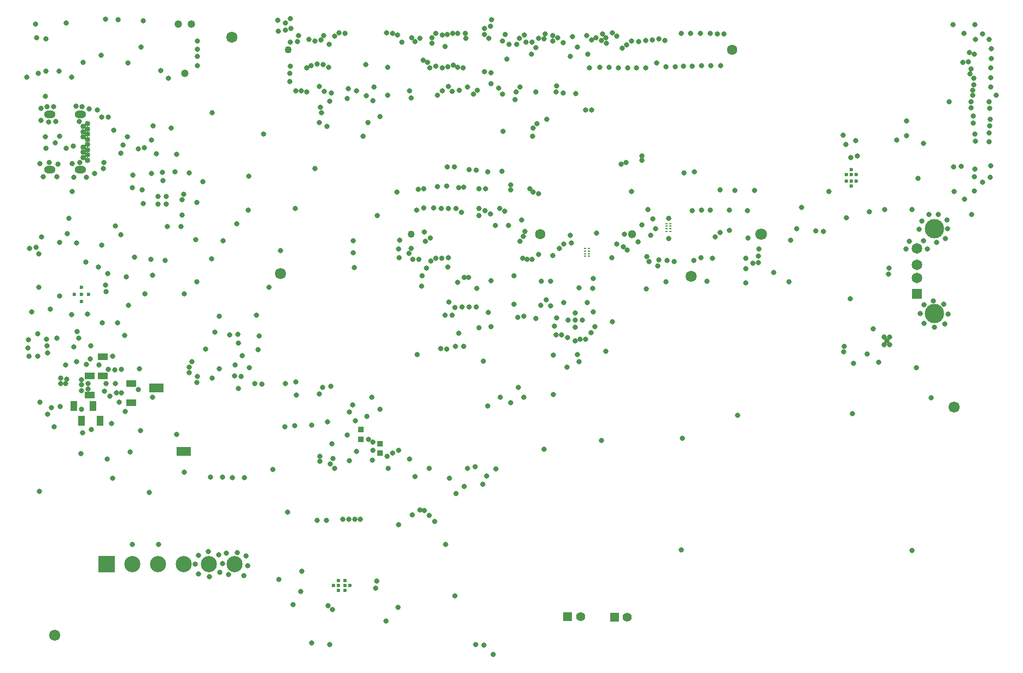
<source format=gbr>
%TF.GenerationSoftware,Altium Limited,Altium Designer,25.8.1 (18)*%
G04 Layer_Color=16711935*
%FSLAX45Y45*%
%MOMM*%
%TF.SameCoordinates,716D66D7-A0E9-4909-A487-8E51579E39AF*%
%TF.FilePolarity,Negative*%
%TF.FileFunction,Soldermask,Bot*%
%TF.Part,Single*%
G01*
G75*
%TA.AperFunction,SMDPad,CuDef*%
%ADD25R,1.60000X1.05000*%
%ADD34R,0.91213X0.95814*%
%ADD36R,2.20000X1.40000*%
%ADD39R,1.05000X1.60000*%
%TA.AperFunction,ComponentPad*%
%ADD148C,1.10000*%
%ADD149C,1.60000*%
%ADD155C,2.50000*%
%ADD156R,2.50000X2.50000*%
%TA.AperFunction,ViaPad*%
%ADD161C,0.60000*%
%TA.AperFunction,SMDPad,CuDef*%
%ADD166R,0.30000X0.17500*%
%TA.AperFunction,ComponentPad*%
%ADD212R,1.65000X1.65000*%
%ADD213C,1.65000*%
%ADD214C,3.00000*%
%ADD215C,0.85000*%
%ADD216O,1.80000X1.20000*%
%ADD217C,1.19100*%
%ADD218C,1.40000*%
%ADD219R,1.40000X1.40000*%
%ADD220C,1.30000*%
%ADD221C,1.80000*%
%TA.AperFunction,WasherPad*%
%ADD222C,1.72400*%
%TA.AperFunction,ViaPad*%
%ADD223C,0.80320*%
D25*
X3876040Y7081340D02*
D03*
X4320000Y6665000D02*
D03*
X3675380Y6781620D02*
D03*
X4320000Y6960000D02*
D03*
X3876040Y7376340D02*
D03*
X3675380Y7076620D02*
D03*
D34*
X8170035Y5883228D02*
D03*
X7871460Y6247439D02*
D03*
Y6102041D02*
D03*
X8170035Y6028627D02*
D03*
D36*
X4710000Y6890000D02*
D03*
X5130000Y5910000D02*
D03*
D39*
X3840000Y6390000D02*
D03*
X3726360Y6611620D02*
D03*
X3431360D02*
D03*
X3545000Y6390000D02*
D03*
D148*
X6747500Y12128800D02*
D03*
X8650257Y9269600D02*
D03*
D149*
X13627499Y12128800D02*
D03*
X10650257Y9269600D02*
D03*
D155*
X5920000Y4170000D02*
D03*
X5524000D02*
D03*
X4336000D02*
D03*
X4732000D02*
D03*
X5128000D02*
D03*
D156*
X3940000D02*
D03*
D161*
X15548640Y10197260D02*
D03*
Y10092260D02*
D03*
X15471140Y10197260D02*
D03*
Y10017260D02*
D03*
Y10092260D02*
D03*
Y10272260D02*
D03*
X15393640Y10092260D02*
D03*
Y10197260D02*
D03*
X3655000Y8338750D02*
D03*
X3545000D02*
D03*
Y8448750D02*
D03*
Y8228750D02*
D03*
X3435000Y8338750D02*
D03*
X7629720Y3915540D02*
D03*
Y3838040D02*
D03*
X7704720D02*
D03*
X7629720Y3760540D02*
D03*
X7524720Y3838040D02*
D03*
Y3915540D02*
D03*
Y3760540D02*
D03*
X7449720Y3838040D02*
D03*
D166*
X11405160Y8931600D02*
D03*
Y9051600D02*
D03*
Y9011600D02*
D03*
Y8971600D02*
D03*
X11350160Y8931600D02*
D03*
Y9051600D02*
D03*
Y9011600D02*
D03*
Y8971600D02*
D03*
X12666100Y9357360D02*
D03*
Y9317360D02*
D03*
Y9437360D02*
D03*
Y9397360D02*
D03*
X12611100D02*
D03*
Y9357360D02*
D03*
Y9437360D02*
D03*
Y9317360D02*
D03*
D212*
X16485600Y8350000D02*
D03*
D213*
Y8800000D02*
D03*
Y8600000D02*
D03*
Y9050000D02*
D03*
D214*
X16756599Y8043000D02*
D03*
Y9357000D02*
D03*
D215*
X3643000Y10980000D02*
D03*
Y10900000D02*
D03*
Y10500000D02*
D03*
Y10420000D02*
D03*
Y10820000D02*
D03*
Y10580000D02*
D03*
X3573000Y10540000D02*
D03*
Y10460000D02*
D03*
Y10940000D02*
D03*
Y10860000D02*
D03*
Y10620000D02*
D03*
Y10780000D02*
D03*
X3643000Y10660000D02*
D03*
Y10740000D02*
D03*
D216*
X3528000Y11127000D02*
D03*
X3055000D02*
D03*
X3528000Y10273000D02*
D03*
X3055000D02*
D03*
D217*
X5151415Y11762212D02*
D03*
X5252915Y12524212D02*
D03*
X5049915D02*
D03*
D218*
X11999900Y3343800D02*
D03*
X11278540Y3351420D02*
D03*
D219*
X11799900Y3343800D02*
D03*
X11078540Y3351420D02*
D03*
D220*
X12070759Y9275910D02*
D03*
D221*
X14070760D02*
D03*
D222*
X6631940Y8661400D02*
D03*
X12992101Y8620760D02*
D03*
X5880000Y12320000D02*
D03*
X3130000Y3070000D02*
D03*
X17060001Y6600000D02*
D03*
D223*
X9035730Y11871960D02*
D03*
X7039860Y11849300D02*
D03*
X9458540D02*
D03*
X9372010Y11854180D02*
D03*
X9302980Y11889740D02*
D03*
X9219210Y11864340D02*
D03*
X9135900Y11849300D02*
D03*
X7379430Y11851640D02*
D03*
X11411920Y11846560D02*
D03*
X11576010Y11851640D02*
D03*
X11716700D02*
D03*
X11861200Y11849100D02*
D03*
X12283860Y11844943D02*
D03*
X7954690Y11899900D02*
D03*
X8291930Y11859260D02*
D03*
X9900170Y12588240D02*
D03*
X9879550Y12489180D02*
D03*
X9788600Y12453620D02*
D03*
X6775400Y11638280D02*
D03*
X6950650Y11488420D02*
D03*
X7036960Y11478260D02*
D03*
X6779260Y11869420D02*
D03*
X6776720Y11762740D02*
D03*
X6890000Y12257500D02*
D03*
X6913880Y12349480D02*
D03*
X7750520Y6630464D02*
D03*
X7660000Y6170000D02*
D03*
X6870000Y11490000D02*
D03*
X7239000Y5839460D02*
D03*
X7241540Y5763260D02*
D03*
X6791960Y12458700D02*
D03*
X6780000Y12610000D02*
D03*
X6702805Y12542814D02*
D03*
X6703060Y12430940D02*
D03*
X5467607Y7498467D02*
D03*
X5257800Y7297420D02*
D03*
X5219700Y7216140D02*
D03*
Y7134860D02*
D03*
X4092339Y6819900D02*
D03*
X4171079Y6817360D02*
D03*
X4135319Y6670000D02*
D03*
X3901839Y6840220D02*
D03*
X7249160Y11236960D02*
D03*
X15975000Y7560000D02*
D03*
X16064999D02*
D03*
X16020000Y7620000D02*
D03*
X15975000Y7680000D02*
D03*
X16064999D02*
D03*
X15714980Y7421880D02*
D03*
X3698639Y6248400D02*
D03*
X3215319Y6610000D02*
D03*
X5549230Y5510378D02*
D03*
X5889789Y5505334D02*
D03*
X5729230Y5510378D02*
D03*
X4653679Y6753860D02*
D03*
X6069788Y5505334D02*
D03*
X6150000Y7210000D02*
D03*
X6037580Y7391400D02*
D03*
X3870000Y7900000D02*
D03*
X6300000Y7700000D02*
D03*
X5140000Y8350000D02*
D03*
X8890000Y8745220D02*
D03*
X8956040Y8854440D02*
D03*
X8623300Y8973820D02*
D03*
X8656320Y9055100D02*
D03*
X8875257Y9167119D02*
D03*
X8950960Y9212580D02*
D03*
X9672320Y8437880D02*
D03*
X10673080Y8542020D02*
D03*
X10815320D02*
D03*
X9034780Y8900160D02*
D03*
X9131300Y8897620D02*
D03*
X9230360Y8910320D02*
D03*
X10378440Y8902700D02*
D03*
X10528300Y8884920D02*
D03*
X10449560D02*
D03*
X15892780Y7294880D02*
D03*
X11463020Y8432800D02*
D03*
X11254740Y8440420D02*
D03*
X12298680Y8430260D02*
D03*
X13949680Y8823960D02*
D03*
X14033501Y8829040D02*
D03*
X11998960Y9027160D02*
D03*
X11938000Y9080500D02*
D03*
X12171680Y9151620D02*
D03*
X14033501Y8935720D02*
D03*
X14038580Y9047480D02*
D03*
X17325340Y11229340D02*
D03*
X16984979Y11318240D02*
D03*
X17612360Y11216640D02*
D03*
X17604739Y11318240D02*
D03*
X17325340Y11323320D02*
D03*
X8679180Y8887460D02*
D03*
X8775700Y8882380D02*
D03*
X3566160Y6200140D02*
D03*
X4013200Y6342380D02*
D03*
X3649980Y6959600D02*
D03*
X3228340Y6964680D02*
D03*
Y7043420D02*
D03*
X3303433Y6960794D02*
D03*
X3316939Y7030778D02*
D03*
X3550920Y6941820D02*
D03*
X3647440Y6880860D02*
D03*
X3548779Y6852920D02*
D03*
X3550920Y7020560D02*
D03*
X17383760Y12517120D02*
D03*
X17211040Y12382500D02*
D03*
X17498061Y12369800D02*
D03*
X17048480Y12512040D02*
D03*
X13500101Y12369800D02*
D03*
X13395959Y12374880D02*
D03*
X17635220Y12141200D02*
D03*
X17637241Y11994400D02*
D03*
X17632680Y11844020D02*
D03*
X17602200Y12288520D02*
D03*
X17711420Y11422380D02*
D03*
X17632680Y11696700D02*
D03*
Y11546840D02*
D03*
X17388840Y12291060D02*
D03*
X13449300Y11884660D02*
D03*
X13284200Y12382500D02*
D03*
X13131799D02*
D03*
X12976860Y12379960D02*
D03*
X12834621Y12377420D02*
D03*
X13296899Y11882120D02*
D03*
X13147040Y11879580D02*
D03*
X13007339Y11871960D02*
D03*
X12872720Y11869420D02*
D03*
X12745720Y11866880D02*
D03*
X12486640Y12293600D02*
D03*
X12603480Y11864340D02*
D03*
X12583160Y12268200D02*
D03*
X17621519Y11050000D02*
D03*
X17609821Y10949940D02*
D03*
X17607280Y10843260D02*
D03*
X17383760Y10820400D02*
D03*
X17607280Y10706100D02*
D03*
X17630141Y10330180D02*
D03*
X17619980Y10157460D02*
D03*
X17503140Y10078720D02*
D03*
X17388840Y10708640D02*
D03*
X17383760Y10276840D02*
D03*
X17373599Y10160000D02*
D03*
X17371060Y9939020D02*
D03*
X17354649Y11098630D02*
D03*
X17355820Y10995660D02*
D03*
X16327119Y11026140D02*
D03*
X16322040Y10800080D02*
D03*
X16583659Y10680700D02*
D03*
X16174220Y10725838D02*
D03*
X15534641Y10721340D02*
D03*
X15565120Y10482580D02*
D03*
X15460980Y10457180D02*
D03*
X15382240Y10665460D02*
D03*
X17051019Y10317480D02*
D03*
X16504919Y10134600D02*
D03*
X13975079Y9949180D02*
D03*
X13434061Y9956800D02*
D03*
X13665199Y9946640D02*
D03*
X12390120Y12275820D02*
D03*
X12285980Y12268200D02*
D03*
X12176760Y12252960D02*
D03*
X11600180Y12270740D02*
D03*
X11369040Y12344400D02*
D03*
X10727992Y12369800D02*
D03*
X10927080Y12316460D02*
D03*
X10403840Y12357100D02*
D03*
X9370480Y12382360D02*
D03*
X9296400Y12382500D02*
D03*
X12458700Y11925300D02*
D03*
X12006580Y11844020D02*
D03*
X12146280D02*
D03*
X11920220Y12148820D02*
D03*
X11673840Y12225020D02*
D03*
X10586720Y12161520D02*
D03*
X10909300Y11564620D02*
D03*
X10170160Y12214860D02*
D03*
X10139680Y11978640D02*
D03*
X9886710Y11774800D02*
D03*
X9786620Y11786570D02*
D03*
X9179560Y12176760D02*
D03*
X10340340Y11554460D02*
D03*
X10490200Y9974580D02*
D03*
X9890760Y11605260D02*
D03*
X17061180Y9936480D02*
D03*
X17218660Y9817100D02*
D03*
X16406030Y9651783D02*
D03*
X16814799Y9575800D02*
D03*
X17330420D02*
D03*
X16675101D02*
D03*
X15984979Y9655019D02*
D03*
X15748000Y9616440D02*
D03*
X15389861Y9530080D02*
D03*
X16954500Y9497060D02*
D03*
X16957040Y9359900D02*
D03*
X16924020Y9202420D02*
D03*
X16560800Y9476740D02*
D03*
X16517619Y9347200D02*
D03*
X16583659Y9169728D02*
D03*
X16367760Y9166860D02*
D03*
X14696440Y9690100D02*
D03*
X12067540Y9936480D02*
D03*
X13860780Y9636760D02*
D03*
X13583920Y9644380D02*
D03*
X13284200Y9649460D02*
D03*
X14620239Y9354820D02*
D03*
X13873480Y9210040D02*
D03*
X14528799Y9182100D02*
D03*
X13149580Y9649460D02*
D03*
X13009880Y9636760D02*
D03*
X12319000Y9657080D02*
D03*
X11958320Y9276080D02*
D03*
X12639040Y9204960D02*
D03*
X11526520Y9293860D02*
D03*
X16789400Y9146540D02*
D03*
X16903700Y8188960D02*
D03*
X16736060Y8237220D02*
D03*
X16644620Y9047480D02*
D03*
X16593820Y8183880D02*
D03*
X16967200Y8039100D02*
D03*
X16918941Y7881620D02*
D03*
X16540480Y8041640D02*
D03*
X16596359Y7891780D02*
D03*
X16758920Y7835900D02*
D03*
X16705580Y6743700D02*
D03*
X16474440Y7208520D02*
D03*
X16405859Y4381500D02*
D03*
X16316960Y9047480D02*
D03*
X13837920Y8742680D02*
D03*
X13835381Y8900160D02*
D03*
X14505940Y8536940D02*
D03*
X15450819Y8270240D02*
D03*
X14269720Y8679180D02*
D03*
X13233400Y8547100D02*
D03*
X13837920Y8521700D02*
D03*
X12600940Y8539480D02*
D03*
X11833860Y9118600D02*
D03*
X11765280Y8907780D02*
D03*
X11772900Y7919720D02*
D03*
X11303780Y7945120D02*
D03*
X15811501Y7810500D02*
D03*
X15506700Y7277100D02*
D03*
X15483839Y6494780D02*
D03*
X11671300Y7457440D02*
D03*
X13710921Y6471920D02*
D03*
X12854939Y6113780D02*
D03*
X12834621Y4386580D02*
D03*
X11600180Y6083300D02*
D03*
X10624772Y9900097D02*
D03*
X10843260Y8945880D02*
D03*
X10629900Y8956040D02*
D03*
X10541000Y9923780D02*
D03*
X10248900Y8628380D02*
D03*
X11193780Y8055120D02*
D03*
X10815320Y8161020D02*
D03*
X10906760Y7975600D02*
D03*
X11193780Y7945120D02*
D03*
X11083780D02*
D03*
X10584180Y7970520D02*
D03*
X10307320Y7988300D02*
D03*
X10025380Y9672320D02*
D03*
X9700260Y9674860D02*
D03*
X9232900Y9669780D02*
D03*
X10246360Y8186420D02*
D03*
X9794244Y9638546D02*
D03*
X10099040Y9626600D02*
D03*
X9845040Y8062006D02*
D03*
X9436100Y9611360D02*
D03*
X9344660Y9667240D02*
D03*
X9121140D02*
D03*
X9377680Y8529320D02*
D03*
X9222740Y8768080D02*
D03*
X9662160Y8148320D02*
D03*
X9329420Y8140700D02*
D03*
X9235440Y8227060D02*
D03*
X11193780Y7835120D02*
D03*
X11194308Y7623344D02*
D03*
X11224260Y7411720D02*
D03*
X10896600Y7716520D02*
D03*
X10858500Y7401560D02*
D03*
X11249660Y7297420D02*
D03*
X10858275Y6790976D02*
D03*
X10711180Y5943600D02*
D03*
X10398760Y6748780D02*
D03*
X10314940Y6906260D02*
D03*
X10198100Y6667500D02*
D03*
X10035540Y6746240D02*
D03*
X9890760Y7843520D02*
D03*
X9770000Y7310000D02*
D03*
X9842500Y6617372D02*
D03*
X9469857Y7538720D02*
D03*
X9335856Y7540181D02*
D03*
X9204960Y7498080D02*
D03*
X9966960Y5638800D02*
D03*
X9761220Y5402580D02*
D03*
X9926320Y2771140D02*
D03*
X9784080Y2918460D02*
D03*
X9352280Y5257800D02*
D03*
X9334500Y3675380D02*
D03*
X9184640Y4475480D02*
D03*
X8364220Y12382500D02*
D03*
X8270240Y12385040D02*
D03*
X7632700Y12379960D02*
D03*
X7538720Y12389500D02*
D03*
X7302500Y12350000D02*
D03*
X8978900Y12230100D02*
D03*
X8945880Y11844020D02*
D03*
X7294880Y11899900D02*
D03*
X7256780Y12278360D02*
D03*
X7160260Y12260580D02*
D03*
X7068820Y12288520D02*
D03*
X6786880Y12247880D02*
D03*
X6591300Y12580620D02*
D03*
X6593840Y12412980D02*
D03*
X4501680Y12578080D02*
D03*
X5341620Y12263120D02*
D03*
X4467860Y12171680D02*
D03*
X7195820Y11907520D02*
D03*
X7105000Y11885000D02*
D03*
X4780280Y11803380D02*
D03*
X4658360Y10949940D02*
D03*
X4935220Y10914380D02*
D03*
X9000257Y9677779D02*
D03*
X8850257D02*
D03*
X7164032Y10287880D02*
D03*
X6370320Y10820400D02*
D03*
X6138034Y10174588D02*
D03*
X8432800Y9923780D02*
D03*
X8737600Y9646920D02*
D03*
X8854440Y9309100D02*
D03*
X8473440Y9182100D02*
D03*
X8125460Y9558020D02*
D03*
X8458200Y9044940D02*
D03*
X8465820Y8905240D02*
D03*
X8826500Y8628380D02*
D03*
X8813800Y8468360D02*
D03*
X7759700Y9174480D02*
D03*
X6858000Y9672320D02*
D03*
X7757160Y8981440D02*
D03*
X6129020Y9641840D02*
D03*
X6631940Y9019540D02*
D03*
X5737860Y9169400D02*
D03*
X7774940Y8760460D02*
D03*
X6455697Y8450348D02*
D03*
X6256020Y8021320D02*
D03*
X5427980Y10088880D02*
D03*
X5024120Y10510520D02*
D03*
X4993640Y10241280D02*
D03*
X5135880Y9890760D02*
D03*
X4810760Y10101580D02*
D03*
X4711700Y10518140D02*
D03*
X4860000Y9860000D02*
D03*
X4730000D02*
D03*
X5107940Y9565640D02*
D03*
X5105400Y9804400D02*
D03*
X4860000Y9740000D02*
D03*
X5560060Y8890000D02*
D03*
X5684520Y8006080D02*
D03*
X5331460Y8539480D02*
D03*
X4841240Y8864600D02*
D03*
X4730000Y9740000D02*
D03*
X4505960Y9743440D02*
D03*
X4645660Y8641080D02*
D03*
X4620000Y8880000D02*
D03*
X3919220Y12600940D02*
D03*
X4114800Y12595860D02*
D03*
X3797300Y11193780D02*
D03*
X3670300Y11209020D02*
D03*
X3467100Y11252200D02*
D03*
X3561080Y11242040D02*
D03*
X3310000Y12540000D02*
D03*
X3967480Y11084560D02*
D03*
X3860800D02*
D03*
X3515360Y11018520D02*
D03*
X3421380Y10637520D02*
D03*
X2999740Y12298680D02*
D03*
X3000000Y11800000D02*
D03*
X3119120Y11244580D02*
D03*
X2992120Y11409680D02*
D03*
X3012440Y11249660D02*
D03*
X2854960Y12311380D02*
D03*
X2837180Y12527280D02*
D03*
X3147060Y11013440D02*
D03*
X3210560Y10792460D02*
D03*
X3139440Y10690860D02*
D03*
X3042920Y11005820D02*
D03*
X2989580Y10779760D02*
D03*
X2918460Y11221720D02*
D03*
Y11031220D02*
D03*
X3896360Y10383520D02*
D03*
X3891280Y10292080D02*
D03*
X4345940Y10190480D02*
D03*
X3754120Y10215880D02*
D03*
X3520440Y10378440D02*
D03*
X3624580Y10152380D02*
D03*
X3863840Y9105760D02*
D03*
X3810000Y8763000D02*
D03*
X3952240Y8661400D02*
D03*
X4241800Y8615680D02*
D03*
X3644900Y8039100D02*
D03*
X3619510Y8844100D02*
D03*
X3403600Y10365740D02*
D03*
X3309620Y10601960D02*
D03*
X3187700Y10358120D02*
D03*
X3426460Y10157460D02*
D03*
X3167380Y10165080D02*
D03*
X3050540Y10383520D02*
D03*
X2997200Y10601960D02*
D03*
X2903220Y10368280D02*
D03*
X2956560Y10160000D02*
D03*
X2928620Y9227820D02*
D03*
X3395980Y8028940D02*
D03*
X2885440Y8971280D02*
D03*
X2849880Y9067800D02*
D03*
X2740660Y9050020D02*
D03*
X2891384Y8448040D02*
D03*
X2781300Y8069580D02*
D03*
X8747760Y7409180D02*
D03*
X8171180Y6559859D02*
D03*
X8044180Y6753860D02*
D03*
X7696200Y6517640D02*
D03*
X7965440Y6456680D02*
D03*
X7411720Y6921500D02*
D03*
X8455660Y5930900D02*
D03*
X8370000Y5890000D02*
D03*
X8061960Y5928360D02*
D03*
X7787640Y6388100D02*
D03*
X7810000Y5909801D02*
D03*
X7424420Y6029960D02*
D03*
X6868160Y6985000D02*
D03*
X6282447Y7485739D02*
D03*
X6024496Y7073521D02*
D03*
X7360920Y6365240D02*
D03*
X7280622Y6903769D02*
D03*
X7233920Y6804660D02*
D03*
X7114109Y6316397D02*
D03*
X6710680Y6962140D02*
D03*
X6873240Y6786880D02*
D03*
X6339840Y6949440D02*
D03*
X6230620Y6962140D02*
D03*
X6850380Y6309360D02*
D03*
X6695440Y6296660D02*
D03*
X8930000Y5650000D02*
D03*
X8281896Y5839933D02*
D03*
X8296820Y5650980D02*
D03*
X8054340Y5773420D02*
D03*
X7700000Y5767301D02*
D03*
X9020000Y4830000D02*
D03*
X8785860Y5006340D02*
D03*
X8859520Y4993640D02*
D03*
X8453120Y3495040D02*
D03*
X8262620Y3289300D02*
D03*
X8117840Y3909061D02*
D03*
X8100060Y3797300D02*
D03*
X7447280Y5798820D02*
D03*
X7404100Y5715000D02*
D03*
X7465060Y5653243D02*
D03*
X6741294Y4971635D02*
D03*
X6510020Y5633720D02*
D03*
X6098540Y4292600D02*
D03*
X7391143Y2924370D02*
D03*
X7114540Y2948940D02*
D03*
X6118860Y4142740D02*
D03*
X6062980Y3990340D02*
D03*
X6941820Y3746567D02*
D03*
X6609080Y3929380D02*
D03*
X6826278Y3538220D02*
D03*
X5970000Y7720000D02*
D03*
X5840946Y7717338D02*
D03*
X5925055Y7246609D02*
D03*
X5615940Y7757160D02*
D03*
X4111280Y7905534D02*
D03*
X5680000Y7192500D02*
D03*
X5923280Y7076440D02*
D03*
X5570000Y7050000D02*
D03*
X4447939Y7188020D02*
D03*
X5344160Y7068820D02*
D03*
X4171079Y7185660D02*
D03*
X5336540Y6979920D02*
D03*
X3477260Y7769860D02*
D03*
X3505599Y7665720D02*
D03*
X3167779D02*
D03*
X3431939Y7528560D02*
D03*
X3010299Y7650480D02*
D03*
X2870200Y7731760D02*
D03*
X2728359Y7635240D02*
D03*
X3015379Y7546340D02*
D03*
X2723279Y7515860D02*
D03*
X4033919Y7386320D02*
D03*
X3685939Y7343140D02*
D03*
X3821178Y7249761D02*
D03*
X3927059Y6964680D02*
D03*
X3028079Y7432040D02*
D03*
X2733439Y7388860D02*
D03*
X2870599Y7383780D02*
D03*
X5979160Y6888480D02*
D03*
X5137500Y5592500D02*
D03*
X5958840Y4343400D02*
D03*
X5788660Y4335780D02*
D03*
X5514340Y4358640D02*
D03*
X4432699Y6869500D02*
D03*
X4465719Y6235700D02*
D03*
X5019439Y6172200D02*
D03*
X4599940Y5275580D02*
D03*
X5730240Y4175760D02*
D03*
X5671820Y4312920D02*
D03*
X5824220Y4003040D02*
D03*
X5687060Y4038600D02*
D03*
X5361940Y4302760D02*
D03*
X5313680Y4168140D02*
D03*
X5532120Y3972560D02*
D03*
X5364480Y4015740D02*
D03*
X4224923Y6531000D02*
D03*
X2903619Y6670040D02*
D03*
X3086499Y6586220D02*
D03*
X3025319Y6490000D02*
D03*
X4300619Y5905500D02*
D03*
X3543689Y5876818D02*
D03*
X2900680Y5295900D02*
D03*
X6962140Y4056380D02*
D03*
X7195820Y4846320D02*
D03*
X7340600D02*
D03*
X7600000Y4860000D02*
D03*
X7690000D02*
D03*
X7870000D02*
D03*
X7780000D02*
D03*
X8670000Y4930000D02*
D03*
X8930000Y4920000D02*
D03*
X8059420Y6057900D02*
D03*
X7990840Y6101080D02*
D03*
X9108844Y7507370D02*
D03*
X9179560Y8023860D02*
D03*
X9286240Y8018780D02*
D03*
X9474200Y5372100D02*
D03*
X9657080Y2926080D02*
D03*
X9707880Y7823200D02*
D03*
X10873740Y7851140D02*
D03*
X15354300Y7454900D02*
D03*
X15356841Y7538720D02*
D03*
X11498580Y7840980D02*
D03*
X10401300Y8003540D02*
D03*
X10657840Y8173720D02*
D03*
X14917419Y9326880D02*
D03*
X15036800Y9316720D02*
D03*
X15339059Y10802620D02*
D03*
X15125700Y9931400D02*
D03*
X3985659Y6766560D02*
D03*
X4075319Y6960000D02*
D03*
X3305319Y7250000D02*
D03*
X3625319Y7260000D02*
D03*
X3472579Y7299960D02*
D03*
X3695319Y7550000D02*
D03*
X3545319Y6560000D02*
D03*
X3123859Y6289600D02*
D03*
X3960259Y7183120D02*
D03*
X4062219Y7173100D02*
D03*
X4214259Y7706360D02*
D03*
X9819640Y5529580D02*
D03*
X9248140Y5496560D02*
D03*
X8710000Y5520000D02*
D03*
X5344160Y11877401D02*
D03*
X3853180Y12040769D02*
D03*
X4894580Y11689080D02*
D03*
X3950000Y5790000D02*
D03*
X4340000Y4470000D02*
D03*
X4740000D02*
D03*
X4030000Y5500000D02*
D03*
X3921760Y8486140D02*
D03*
X4370660Y8920640D02*
D03*
X4280000Y8170000D02*
D03*
X12070080Y12263120D02*
D03*
X7472680Y12341860D02*
D03*
X10604500Y10985500D02*
D03*
X10543540Y10919460D02*
D03*
X17345660Y11424920D02*
D03*
X17282159Y11938014D02*
D03*
X17322800Y11831320D02*
D03*
X17368520Y11689080D02*
D03*
X17365981Y11584940D02*
D03*
X17350740Y11503660D02*
D03*
X17300342Y12083182D02*
D03*
X17375259Y12059960D02*
D03*
X17310100Y11757660D02*
D03*
X17170399Y10320020D02*
D03*
X17195799Y11935460D02*
D03*
X11772914Y12387580D02*
D03*
X11005820Y11455400D02*
D03*
X11445240Y12278360D02*
D03*
X7439083Y3467411D02*
D03*
X7366000Y3520440D02*
D03*
X11671300Y12313920D02*
D03*
X11991340Y12202160D02*
D03*
X11617960Y12372340D02*
D03*
X11833860Y12339320D02*
D03*
X10894060Y11478260D02*
D03*
X11516360Y12316460D02*
D03*
X8458200Y4775200D02*
D03*
X5336540Y9761220D02*
D03*
X4800600Y10233660D02*
D03*
X4050000Y10880000D02*
D03*
X4160000Y10530000D02*
D03*
X5220000Y10220000D02*
D03*
X5950000Y9430000D02*
D03*
X3570000Y11930000D02*
D03*
X3330000Y9280000D02*
D03*
X3064000Y8115660D02*
D03*
X4155440Y9263380D02*
D03*
X4488230Y9956781D02*
D03*
X4338320Y9992360D02*
D03*
X3357880Y9519920D02*
D03*
X3408680Y9931400D02*
D03*
X3475000Y9140000D02*
D03*
X4260000Y10780000D02*
D03*
X10528300Y12245340D02*
D03*
X9544575Y8604541D02*
D03*
X10434320Y12245340D02*
D03*
X9471660Y8608060D02*
D03*
X9550400Y8143240D02*
D03*
X9438640Y8145780D02*
D03*
X11069320Y7216140D02*
D03*
X9387840Y7744460D02*
D03*
X11389360Y12054840D02*
D03*
X10520680D02*
D03*
X9893300Y8552180D02*
D03*
X12877800Y10218460D02*
D03*
X13037820Y10238740D02*
D03*
X10327640Y12303760D02*
D03*
X10284460Y12214860D02*
D03*
X8785860Y12303760D02*
D03*
X8977308Y12314868D02*
D03*
X9032240Y12377420D02*
D03*
X9210894Y12366489D02*
D03*
X9138524Y12351878D02*
D03*
X9395460Y11501120D02*
D03*
X11231444Y12170573D02*
D03*
X7231157Y11558657D02*
D03*
X9060721Y10010681D02*
D03*
X9204960Y10020300D02*
D03*
X10195560Y10038080D02*
D03*
X10198100Y9959340D02*
D03*
X10342880Y9166860D02*
D03*
X10391874Y9237067D02*
D03*
X12228447Y10412417D02*
D03*
X12227560Y10487000D02*
D03*
X10848340Y12260580D02*
D03*
X10711180Y12298051D02*
D03*
X10845800Y12346940D02*
D03*
X11902440Y10360660D02*
D03*
X11983720Y10383520D02*
D03*
X10982960Y7719060D02*
D03*
X13141960Y8912860D02*
D03*
X13027660Y8869680D02*
D03*
X12468860Y8780780D02*
D03*
X12613640Y8867140D02*
D03*
X9390380Y9992360D02*
D03*
X9469120Y9997440D02*
D03*
X10114280Y12359640D02*
D03*
X10068560Y12263120D02*
D03*
X9062720Y11427460D02*
D03*
X9212580Y10317480D02*
D03*
X9324340D02*
D03*
X9674860Y11501120D02*
D03*
X9622502Y11440418D02*
D03*
X10010140Y11531600D02*
D03*
X9555480Y10269220D02*
D03*
X10066388Y11438839D02*
D03*
X9659620Y10266680D02*
D03*
X9841782Y10235342D02*
D03*
X10058470Y10243996D02*
D03*
X16047720Y8651240D02*
D03*
X16055341Y8750300D02*
D03*
X11150600Y12329160D02*
D03*
X11010900Y12235180D02*
D03*
X11445240Y11191240D02*
D03*
X11356340Y11193780D02*
D03*
X9135780Y11492022D02*
D03*
X10629900Y12301220D02*
D03*
X10584180Y11473180D02*
D03*
X9804400Y9974580D02*
D03*
X9232900Y11557000D02*
D03*
X9789160Y12362180D02*
D03*
X9494520Y12382500D02*
D03*
X8760460Y9966960D02*
D03*
X9857740Y12303760D02*
D03*
X9497060Y12301220D02*
D03*
X8846820Y9972040D02*
D03*
X9700260D02*
D03*
X9291320Y11483340D02*
D03*
X8656320Y11384280D02*
D03*
X8630920Y11493500D02*
D03*
X9700260Y9563100D02*
D03*
X8839200Y11968480D02*
D03*
X10266680Y11356340D02*
D03*
X10279380Y11478260D02*
D03*
X9525000Y11554460D02*
D03*
X10751820Y11049000D02*
D03*
X8625840Y5791200D02*
D03*
X9883140Y9583420D02*
D03*
X8910320Y11930380D02*
D03*
X11476763Y8585995D02*
D03*
X13322301Y8902700D02*
D03*
X9961880Y9405620D02*
D03*
X11013440Y8214360D02*
D03*
X8660302Y12315155D02*
D03*
X8440420Y12352020D02*
D03*
X7233920Y10998200D02*
D03*
X8077200Y11554460D02*
D03*
X5570220Y11153140D02*
D03*
X5346700Y12136120D02*
D03*
X7305000Y11480000D02*
D03*
X5341620Y12026900D02*
D03*
X7417500Y11455000D02*
D03*
X10076180Y10861040D02*
D03*
X7907020Y10784840D02*
D03*
X7983220Y10998200D02*
D03*
X8168640Y11094720D02*
D03*
X10416540Y9319260D02*
D03*
X10363200Y9489440D02*
D03*
X10952480Y9050020D02*
D03*
X11014660Y9122460D02*
D03*
X11135360Y9133840D02*
D03*
X11115040Y9255760D02*
D03*
X7348220Y10939780D02*
D03*
X8061960Y11338560D02*
D03*
X7957820Y11417300D02*
D03*
X7807960Y11490960D02*
D03*
X7680960Y11529060D02*
D03*
X12336545Y8851654D02*
D03*
X12488780Y8877300D02*
D03*
X12305570Y8923240D02*
D03*
X12364720Y9258300D02*
D03*
X12400280Y9507220D02*
D03*
X10530840Y10784840D02*
D03*
X13439140Y9298940D02*
D03*
X13583920Y9331960D02*
D03*
X13360400Y9227820D02*
D03*
X10160000Y9408160D02*
D03*
X8716940Y12252960D02*
D03*
X12644120Y9517380D02*
D03*
X11120120Y12021820D02*
D03*
X12438380Y9354820D02*
D03*
X12727940Y8851900D02*
D03*
X12230100Y9415780D02*
D03*
X8514080Y12242800D02*
D03*
X7380000Y12210000D02*
D03*
X5980000Y7590000D02*
D03*
X11206480Y11445240D02*
D03*
X7390000Y11330000D02*
D03*
X9530080Y5646420D02*
D03*
X7660640Y11369040D02*
D03*
X9646920Y5671820D02*
D03*
X8293100Y11424920D02*
D03*
X7266940Y11155680D02*
D03*
X4267200Y11922760D02*
D03*
X11384280Y8211820D02*
D03*
X2704680Y11700000D02*
D03*
X11269550Y7649355D02*
D03*
X11440160Y7752080D02*
D03*
X11470640Y8069580D02*
D03*
X10746740Y8255000D02*
D03*
X11076940Y7675880D02*
D03*
X11351260Y7650480D02*
D03*
X2880000Y11760000D02*
D03*
X4190000Y10650000D02*
D03*
X4430000Y10590000D02*
D03*
X4530000Y8350000D02*
D03*
X3930000Y8380000D02*
D03*
X3210000Y8320000D02*
D03*
Y9150000D02*
D03*
X4070000Y9400000D02*
D03*
X5320000Y9190000D02*
D03*
X4880000Y9390000D02*
D03*
X5090000D02*
D03*
X4630000Y10210000D02*
D03*
X4520000Y10610000D02*
D03*
X4630000Y10730000D02*
D03*
X3400000Y11700000D02*
D03*
X3200000Y11800000D02*
D03*
%TF.MD5,e580fc475fbb54ca6ae47e7795ca41a8*%
M02*

</source>
